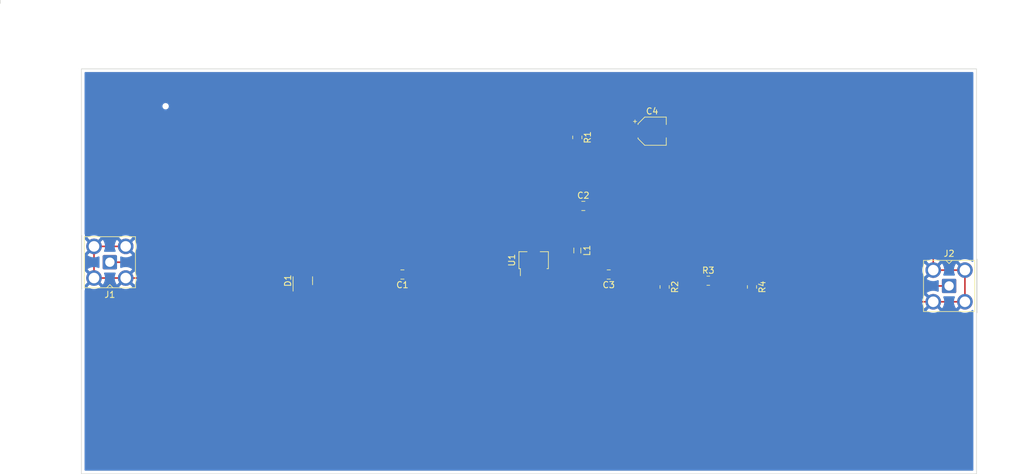
<source format=kicad_pcb>
(kicad_pcb (version 20211014) (generator pcbnew)
  (title_block (title "lna2") (date "2022-05-03") (rev "1"))
  (layers (0 "F.Cu" signal) (31 "B.Cu" signal) (34 "B.Paste" user) (35 "F.Paste" user) (36 "B.SilkS" user "B.Silkscreen") (37 "F.SilkS" user "F.Silkscreen") (38 "B.Mask" user) (39 "F.Mask" user) (44 "Edge.Cuts" user))
  (net 0 "")
  (net 1 "Net-(C1-Pad1)")
  (net 2 "Net-(C1-Pad2)")
  (net 3 "Net-(C2-Pad1)")
  (net 4 "GND")
  (net 5 "Net-(C3-Pad1)")
  (net 6 "Net-(C3-Pad2)")
  (net 7 "+12V")
  (net 8 "Net-(J2-Pad1)")
  (footprint "Resistor_SMD:R_0805_2012Metric_Pad1.20x1.40mm_HandSolder" (layer "F.Cu") (at 108 93 -90)
    (fp_text reference "R1" (at 0 -1.65 90) (layer "F.SilkS"))
    (fp_text value "92 ")
    (fp_line (start -0.227064 0.735) (end 0.227064 0.735) (layer "F.SilkS") (width 0.12))
    (fp_line (start -0.227064 -0.735) (end 0.227064 -0.735) (layer "F.SilkS") (width 0.12))
    (pad "1" smd roundrect (at -1 0 270) (size 1.2 1.4) (layers "F.Cu" "F.Paste" "F.Mask") (roundrect_rratio 0.208333) (net 7 "+12V"))
    (pad "2" smd roundrect (at 1 0 270) (size 1.2 1.4) (layers "F.Cu" "F.Paste" "F.Mask") (roundrect_rratio 0.208333) (net 3 "Net-(C2-Pad1)"))
  )
  (footprint "Connector_Coaxial:SMA_Amphenol_901-143_Horizontal" (layer "F.Cu") (at 33.06 113.03 90)
    (fp_text reference "J1" (at -5.2 0) (layer "F.SilkS"))
    (fp_text value "sma")
    (fp_line (start -4.1 -4.1) (end -4.1 4.1) (layer "F.SilkS") (width 0.12))
    (fp_line (start 4.1 -4.1) (end 4.1 4.1) (layer "F.SilkS") (width 0.12))
    (fp_line (start -3.6 0) (end -4.1 -0.5) (layer "F.SilkS") (width 0.12))
    (fp_line (start -4.1 4.1) (end 4.1 4.1) (layer "F.SilkS") (width 0.12))
    (fp_line (start -4.1 0.5) (end -3.6 0) (layer "F.SilkS") (width 0.12))
    (fp_line (start -4.1 -4.1) (end 4.1 -4.1) (layer "F.SilkS") (width 0.12))
    (fp_line (start 4.3 -4.5) (end -4.3 -4.5) (layer "Edge.Cuts") (width 0.1))
    (pad "1" thru_hole roundrect (at 0 0 90) (size 2.3 2.3) (drill 1.5) (layers *.Cu *.Mask) (roundrect_rratio 0.087) (net 2 "Net-(C1-Pad2)"))
    (pad "2" thru_hole circle (at 2.54 -2.54 90) (size 2.5 2.5) (drill 1.7) (layers *.Cu *.Mask) (net 4 "GND"))
    (pad "2" thru_hole circle (at -2.54 2.54 90) (size 2.5 2.5) (drill 1.7) (layers *.Cu *.Mask) (net 4 "GND"))
    (pad "2" thru_hole circle (at -2.54 -2.54 90) (size 2.5 2.5) (drill 1.7) (layers *.Cu *.Mask) (net 4 "GND"))
    (pad "2" thru_hole circle (at 2.54 2.54 90) (size 2.5 2.5) (drill 1.7) (layers *.Cu *.Mask) (net 4 "GND"))
  )
  (footprint "Capacitor_SMD:C_0805_2012Metric_Pad1.18x1.45mm_HandSolder" (layer "F.Cu") (at 113.0375 115 180)
    (fp_text reference "C3" (at 0 -1.68) (layer "F.SilkS"))
    (fp_text value "100 pf")
    (fp_line (start -0.261252 0.735) (end 0.261252 0.735) (layer "F.SilkS") (width 0.12))
    (fp_line (start -0.261252 -0.735) (end 0.261252 -0.735) (layer "F.SilkS") (width 0.12))
    (pad "1" smd roundrect (at -1.0375 0 180) (size 1.175 1.45) (layers "F.Cu" "F.Paste" "F.Mask") (roundrect_rratio 0.212766) (net 5 "Net-(C3-Pad1)"))
    (pad "2" smd roundrect (at 1.0375 0 180) (size 1.175 1.45) (layers "F.Cu" "F.Paste" "F.Mask") (roundrect_rratio 0.212766) (net 6 "Net-(C3-Pad2)"))
  )
  (footprint "Resistor_SMD:R_0805_2012Metric_Pad1.20x1.40mm_HandSolder" (layer "F.Cu") (at 136 117 -90)
    (fp_text reference "R4" (at 0 -1.65 90) (layer "F.SilkS"))
    (fp_text value "292")
    (fp_line (start -0.227064 -0.735) (end 0.227064 -0.735) (layer "F.SilkS") (width 0.12))
    (fp_line (start -0.227064 0.735) (end 0.227064 0.735) (layer "F.SilkS") (width 0.12))
    (pad "1" smd roundrect (at -1 0 270) (size 1.2 1.4) (layers "F.Cu" "F.Paste" "F.Mask") (roundrect_rratio 0.208333) (net 8 "Net-(J2-Pad1)"))
    (pad "2" smd roundrect (at 1 0 270) (size 1.2 1.4) (layers "F.Cu" "F.Paste" "F.Mask") (roundrect_rratio 0.208333) (net 4 "GND"))
  )
  (footprint "Inductor_SMD:L_0805_2012Metric_Pad1.05x1.20mm_HandSolder" (layer "F.Cu") (at 108 111.15 -90)
    (fp_text reference "L1" (at 0 -1.55 90) (layer "F.SilkS"))
    (fp_text value "68 nh")
    (fp_line (start -0.410242 0.56) (end 0.410242 0.56) (layer "F.SilkS") (width 0.12))
    (fp_line (start -0.410242 -0.56) (end 0.410242 -0.56) (layer "F.SilkS") (width 0.12))
    (pad "1" smd roundrect (at -1.15 0 270) (size 1.05 1.2) (layers "F.Cu" "F.Paste" "F.Mask") (roundrect_rratio 0.238095) (net 3 "Net-(C2-Pad1)"))
    (pad "2" smd roundrect (at 1.15 0 270) (size 1.05 1.2) (layers "F.Cu" "F.Paste" "F.Mask") (roundrect_rratio 0.238095) (net 6 "Net-(C3-Pad2)"))
  )
  (footprint "Capacitor_SMD:CP_Elec_4x3" (layer "F.Cu") (at 120 92)
    (fp_text reference "C4" (at 0 -3.2) (layer "F.SilkS"))
    (fp_text value "22 uf 25 v")
    (fp_line (start -2.26 -1.195563) (end -1.195563 -2.26) (layer "F.SilkS") (width 0.12))
    (fp_line (start 2.26 -2.26) (end 2.26 -1.06) (layer "F.SilkS") (width 0.12))
    (fp_line (start -1.195563 2.26) (end 2.26 2.26) (layer "F.SilkS") (width 0.12))
    (fp_line (start -2.26 -1.195563) (end -2.26 -1.06) (layer "F.SilkS") (width 0.12))
    (fp_line (start -3 -1.56) (end -2.5 -1.56) (layer "F.SilkS") (width 0.12))
    (fp_line (start 2.26 2.26) (end 2.26 1.06) (layer "F.SilkS") (width 0.12))
    (fp_line (start -2.75 -1.81) (end -2.75 -1.31) (layer "F.SilkS") (width 0.12))
    (fp_line (start -1.195563 -2.26) (end 2.26 -2.26) (layer "F.SilkS") (width 0.12))
    (fp_line (start -2.26 1.195563) (end -1.195563 2.26) (layer "F.SilkS") (width 0.12))
    (fp_line (start -2.26 1.195563) (end -2.26 1.06) (layer "F.SilkS") (width 0.12))
    (pad "1" smd roundrect (at -1.8 0) (size 2.6 1.6) (layers "F.Cu" "F.Paste" "F.Mask") (roundrect_rratio 0.15625) (net 7 "+12V"))
    (pad "2" smd roundrect (at 1.8 0) (size 2.6 1.6) (layers "F.Cu" "F.Paste" "F.Mask") (roundrect_rratio 0.15625) (net 4 "GND"))
  )
  (footprint "Capacitor_SMD:C_0805_2012Metric_Pad1.18x1.45mm_HandSolder" (layer "F.Cu") (at 108.9625 104)
    (fp_text reference "C2" (at 0 -1.68) (layer "F.SilkS"))
    (fp_text value ".1 uf")
    (fp_line (start -0.261252 0.735) (end 0.261252 0.735) (layer "F.SilkS") (width 0.12))
    (fp_line (start -0.261252 -0.735) (end 0.261252 -0.735) (layer "F.SilkS") (width 0.12))
    (pad "1" smd roundrect (at -1.0375 0) (size 1.175 1.45) (layers "F.Cu" "F.Paste" "F.Mask") (roundrect_rratio 0.212766) (net 3 "Net-(C2-Pad1)"))
    (pad "2" smd roundrect (at 1.0375 0) (size 1.175 1.45) (layers "F.Cu" "F.Paste" "F.Mask") (roundrect_rratio 0.212766) (net 4 "GND"))
  )
  (footprint "Resistor_SMD:R_0805_2012Metric_Pad1.20x1.40mm_HandSolder" (layer "F.Cu") (at 122 117 -90)
    (fp_text reference "R2" (at 0 -1.65 90) (layer "F.SilkS"))
    (fp_text value "292")
    (fp_line (start -0.227064 -0.735) (end 0.227064 -0.735) (layer "F.SilkS") (width 0.12))
    (fp_line (start -0.227064 0.735) (end 0.227064 0.735) (layer "F.SilkS") (width 0.12))
    (pad "1" smd roundrect (at -1 0 270) (size 1.2 1.4) (layers "F.Cu" "F.Paste" "F.Mask") (roundrect_rratio 0.208333) (net 5 "Net-(C3-Pad1)"))
    (pad "2" smd roundrect (at 1 0 270) (size 1.2 1.4) (layers "F.Cu" "F.Paste" "F.Mask") (roundrect_rratio 0.208333) (net 4 "GND"))
  )
  (footprint "Package_TO_SOT_SMD:SOT-89-3" (layer "F.Cu") (at 101 113 90)
    (fp_text reference "U1" (at 0.3 -3.5 90) (layer "F.SilkS"))
    (fp_text value "GALI-19")
    (fp_line (start 1.66 -2.36) (end 1.66 -1.05) (layer "F.SilkS") (width 0.12))
    (fp_line (start 1.66 1.05) (end 1.66 2.36) (layer "F.SilkS") (width 0.12))
    (fp_line (start -2.2 -2.13) (end -1.06 -2.13) (layer "F.SilkS") (width 0.12))
    (fp_line (start -1.06 2.36) (end -1.06 2.13) (layer "F.SilkS") (width 0.12))
    (fp_line (start 1.66 2.36) (end -1.06 2.36) (layer "F.SilkS") (width 0.12))
    (fp_line (start -1.06 -2.36) (end -1.06 -2.13) (layer "F.SilkS") (width 0.12))
    (fp_line (start -1.06 -2.36) (end 1.66 -2.36) (layer "F.SilkS") (width 0.12))
    (pad "1" smd rect (at -1.65 -1.5 90) (size 1.3 0.9) (layers "F.Cu" "F.Paste" "F.Mask") (net 1 "Net-(C1-Pad1)"))
    (pad "2" smd custom (at -1.5625 0 90) (size 1.475 0.9) (layers "F.Cu" "F.Paste" "F.Mask") (net 4 "GND") (options (clearance outline) (anchor rect)) (primitives (gr_poly (pts (xy 3.8625 0.8665) (xy 0.7375 0.8665) (xy 0.7375 -0.8665) (xy 3.8625 -0.8665)) (width 0) (fill yes))))
    (pad "3" smd rect (at -1.65 1.5 90) (size 1.3 0.9) (layers "F.Cu" "F.Paste" "F.Mask") (net 6 "Net-(C3-Pad2)"))
  )
  (footprint "Package_TO_SOT_SMD:SOT-23" (layer "F.Cu") (at 64 116 90)
    (fp_text reference "D1" (at 0 -2.4 90) (layer "F.SilkS"))
    (fp_text value "BAV99")
    (fp_line (start 0 1.56) (end -0.65 1.56) (layer "F.SilkS") (width 0.12))
    (fp_line (start 0 -1.56) (end -1.675 -1.56) (layer "F.SilkS") (width 0.12))
    (fp_line (start 0 1.56) (end 0.65 1.56) (layer "F.SilkS") (width 0.12))
    (fp_line (start 0 -1.56) (end 0.65 -1.56) (layer "F.SilkS") (width 0.12))
    (pad "1" smd roundrect (at -0.9375 -0.95 90) (size 1.475 0.6) (layers "F.Cu" "F.Paste" "F.Mask") (net 4 "GND"))
    (pad "2" smd roundrect (at -0.9375 0.95 90) (size 1.475 0.6) (layers "F.Cu" "F.Paste" "F.Mask") (net 4 "GND"))
    (pad "3" smd roundrect (at 0.9375 0 90) (size 1.475 0.6) (layers "F.Cu" "F.Paste" "F.Mask") (net 2 "Net-(C1-Pad2)"))
  )
  (footprint "Capacitor_SMD:C_0805_2012Metric_Pad1.18x1.45mm_HandSolder" (layer "F.Cu") (at 79.9625 115 180)
    (fp_text reference "C1" (at 0 -1.68) (layer "F.SilkS"))
    (fp_text value "100 pf")
    (fp_line (start -0.261252 0.735) (end 0.261252 0.735) (layer "F.SilkS") (width 0.12))
    (fp_line (start -0.261252 -0.735) (end 0.261252 -0.735) (layer "F.SilkS") (width 0.12))
    (pad "1" smd roundrect (at -1.0375 0 180) (size 1.175 1.45) (layers "F.Cu" "F.Paste" "F.Mask") (roundrect_rratio 0.212766) (net 1 "Net-(C1-Pad1)"))
    (pad "2" smd roundrect (at 1.0375 0 180) (size 1.175 1.45) (layers "F.Cu" "F.Paste" "F.Mask") (roundrect_rratio 0.212766) (net 2 "Net-(C1-Pad2)"))
  )
  (footprint "Connector_Coaxial:SMA_Amphenol_901-143_Horizontal" (layer "F.Cu") (at 167.6 116.84 -90)
    (fp_text reference "J2" (at -5.2 0) (layer "F.SilkS"))
    (fp_text value "sma")
    (fp_line (start 4.1 -4.1) (end 4.1 4.1) (layer "F.SilkS") (width 0.12))
    (fp_line (start -3.6 0) (end -4.1 -0.5) (layer "F.SilkS") (width 0.12))
    (fp_line (start -4.1 -4.1) (end -4.1 4.1) (layer "F.SilkS") (width 0.12))
    (fp_line (start -4.1 4.1) (end 4.1 4.1) (layer "F.SilkS") (width 0.12))
    (fp_line (start -4.1 0.5) (end -3.6 0) (layer "F.SilkS") (width 0.12))
    (fp_line (start -4.1 -4.1) (end 4.1 -4.1) (layer "F.SilkS") (width 0.12))
    (fp_line (start 4.3 -4.5) (end -4.3 -4.5) (layer "Edge.Cuts") (width 0.1))
    (pad "1" thru_hole roundrect (at 0 0 270) (size 2.3 2.3) (drill 1.5) (layers *.Cu *.Mask) (roundrect_rratio 0.087) (net 8 "Net-(J2-Pad1)"))
    (pad "2" thru_hole circle (at -2.54 -2.54 270) (size 2.5 2.5) (drill 1.7) (layers *.Cu *.Mask) (net 4 "GND"))
    (pad "2" thru_hole circle (at 2.54 2.54 270) (size 2.5 2.5) (drill 1.7) (layers *.Cu *.Mask) (net 4 "GND"))
    (pad "2" thru_hole circle (at 2.54 -2.54 270) (size 2.5 2.5) (drill 1.7) (layers *.Cu *.Mask) (net 4 "GND"))
    (pad "2" thru_hole circle (at -2.54 2.54 270) (size 2.5 2.5) (drill 1.7) (layers *.Cu *.Mask) (net 4 "GND"))
  )
  (footprint "Resistor_SMD:R_0805_2012Metric_Pad1.20x1.40mm_HandSolder" (layer "F.Cu") (at 129 116)
    (fp_text reference "R3" (at 0 -1.65) (layer "F.SilkS"))
    (fp_text value "17.6")
    (fp_line (start -0.227064 0.735) (end 0.227064 0.735) (layer "F.SilkS") (width 0.12))
    (fp_line (start -0.227064 -0.735) (end 0.227064 -0.735) (layer "F.SilkS") (width 0.12))
    (pad "1" smd roundrect (at -1 0) (size 1.2 1.4) (layers "F.Cu" "F.Paste" "F.Mask") (roundrect_rratio 0.208333) (net 5 "Net-(C3-Pad1)"))
    (pad "2" smd roundrect (at 1 0) (size 1.2 1.4) (layers "F.Cu" "F.Paste" "F.Mask") (roundrect_rratio 0.208333) (net 8 "Net-(J2-Pad1)"))
  )
  (gr_rect (start 15.5 71.5) (end 15.5 71) (layer "Edge.Cuts") (width 0.1) (fill none))
  (gr_rect (start 172.000265 147) (end 28.5 82) (layer "Edge.Cuts") (width 0.1) (fill none))
  (gr_rect (start 42 88) (end 42 88) (layer "Edge.Cuts") (width 0.1) (fill none))
  (gr_rect (start 42 88) (end 42 88) (layer "Edge.Cuts") (width 0.1) (fill none))
  (gr_rect (start 15.5 71) (end 15.5 71) (layer "Edge.Cuts") (width 0.1) (fill none))
  (segment (start 81.35 114.65) (end 99.5 114.65) (width 0.25) (layer "F.Cu") (net 1))
  (segment (start 81 115) (end 81.35 114.65) (width 0.25) (layer "F.Cu") (net 1))
  (segment (start 33.06 113.03) (end 63.5 113.03) (width 0.25) (layer "F.Cu") (net 2))
  (segment (start 64 115.0625) (end 78.8625 115.0625) (width 0.25) (layer "F.Cu") (net 2))
  (segment (start 64 113.53) (end 64 115.0625) (width 0.25) (layer "F.Cu") (net 2))
  (segment (start 63.5 113.03) (end 64 113.53) (width 0.25) (layer "F.Cu") (net 2))
  (segment (start 78.8625 115.0625) (end 78.925 115) (width 0.25) (layer "F.Cu") (net 2))
  (segment (start 108 110) (end 108 104.075) (width 0.25) (layer "F.Cu") (net 3))
  (segment (start 108 104.075) (end 107.925 104) (width 0.25) (layer "F.Cu") (net 3))
  (segment (start 107.925 94.075) (end 108 94) (width 0.25) (layer "F.Cu") (net 3))
  (segment (start 107.925 104) (end 107.925 94.075) (width 0.25) (layer "F.Cu") (net 3))
  (segment (start 38.0625 116.9375) (end 63.05 116.9375) (width 0.25) (layer "F.Cu") (net 4))
  (segment (start 64.95 116.9375) (end 64.95 117.93) (width 0.25) (layer "F.Cu") (net 4))
  (segment (start 165.1 92.71) (end 165.06 92.75) (width 0.25) (layer "F.Cu") (net 4))
  (segment (start 35.6 115.57) (end 37.57 115.57) (width 0.25) (layer "F.Cu") (net 4))
  (segment (start 30.52 115.57) (end 35.6 115.57) (width 0.25) (layer "F.Cu") (net 4))
  (segment (start 30.52 110.49) (end 30.52 115.57) (width 0.25) (layer "F.Cu") (net 4))
  (segment (start 101 120) (end 65 120) (width 0.25) (layer "F.Cu") (net 4))
  (segment (start 110 104) (end 126 104) (width 0.25) (layer "F.Cu") (net 4))
  (segment (start 122 118) (end 122 120) (width 0.25) (layer "F.Cu") (net 4))
  (segment (start 170.14 119.38) (end 165.06 119.38) (width 0.25) (layer "F.Cu") (net 4))
  (segment (start 101 114.5625) (end 101 120) (width 0.25) (layer "F.Cu") (net 4))
  (segment (start 159.91 118) (end 161.29 119.38) (width 0.25) (layer "F.Cu") (net 4))
  (segment (start 64.95 116.9375) (end 63.05 116.9375) (width 0.25) (layer "F.Cu") (net 4))
  (segment (start 165.06 114.3) (end 170.14 114.3) (width 0.25) (layer "F.Cu") (net 4))
  (segment (start 38 116) (end 38 117) (width 0.25) (layer "F.Cu") (net 4))
  (segment (start 164.39 92) (end 165.1 92.71) (width 0.25) (layer "F.Cu") (net 4))
  (segment (start 165.06 92.75) (end 165.06 114.3) (width 0.25) (layer "F.Cu") (net 4))
  (segment (start 121.8 92) (end 164.39 92) (width 0.25) (layer "F.Cu") (net 4))
  (segment (start 101 120) (end 122 120) (width 0.25) (layer "F.Cu") (net 4))
  (segment (start 136 118) (end 122 118) (width 0.25) (layer "F.Cu") (net 4))
  (segment (start 136 118) (end 159.91 118) (width 0.25) (layer "F.Cu") (net 4))
  (segment (start 37.57 115.57) (end 38 116) (width 0.25) (layer "F.Cu") (net 4))
  (segment (start 170.14 114.3) (end 170.14 119.38) (width 0.25) (layer "F.Cu") (net 4))
  (segment (start 161.29 119.38) (end 165.06 119.38) (width 0.25) (layer "F.Cu") (net 4))
  (segment (start 64.95 119.95) (end 65 120) (width 0.25) (layer "F.Cu") (net 4))
  (segment (start 64.95 117.93) (end 64.95 119.95) (width 0.25) (layer "F.Cu") (net 4))
  (segment (start 126 104) (end 126 92) (width 0.25) (layer "F.Cu") (net 4))
  (segment (start 38 117) (end 38.0625 116.9375) (width 0.25) (layer "F.Cu") (net 4))
  (segment (start 35.6 110.49) (end 30.52 110.49) (width 0.25) (layer "F.Cu") (net 4))
  (segment (start 122 116) (end 128 116) (width 0.25) (layer "F.Cu") (net 5))
  (segment (start 122 115) (end 122 116) (width 0.25) (layer "F.Cu") (net 5))
  (segment (start 114.075 115) (end 122 115) (width 0.25) (layer "F.Cu") (net 5))
  (segment (start 107.65 112.65) (end 108 112.3) (width 0.25) (layer "F.Cu") (net 6))
  (segment (start 107.65 114.65) (end 107.65 112.65) (width 0.25) (layer "F.Cu") (net 6))
  (segment (start 110.15 114.65) (end 110.5 115) (width 0.25) (layer "F.Cu") (net 6))
  (segment (start 110.5 115) (end 112 115) (width 0.25) (layer "F.Cu") (net 6))
  (segment (start 102.5 114.65) (end 110.15 114.65) (width 0.25) (layer "F.Cu") (net 6))
  (segment (start 108 92) (end 118.2 92) (width 0.25) (layer "F.Cu") (net 7))
  (segment (start 130 116) (end 136 116) (width 0.25) (layer "F.Cu") (net 8))
  (segment (start 161.29 116.84) (end 167.6 116.84) (width 0.25) (layer "F.Cu") (net 8))
  (segment (start 136 116) (end 160.45 116) (width 0.25) (layer "F.Cu") (net 8))
  (segment (start 160.45 116) (end 161.29 116.84) (width 0.25) (layer "F.Cu") (net 8))
  (zone (net 4) (net_name "GND") (layer "B.Cu") (connect_pads (clearance 0.508)) (min_thickness 0.254) (fill yes (thermal_gap 0.508) (thermal_bridge_width 0.508))
    (polygon (pts (xy 172 147) (xy 28.5 146.5) (xy 28.5 82) (xy 172 82)))
  )
)
</source>
